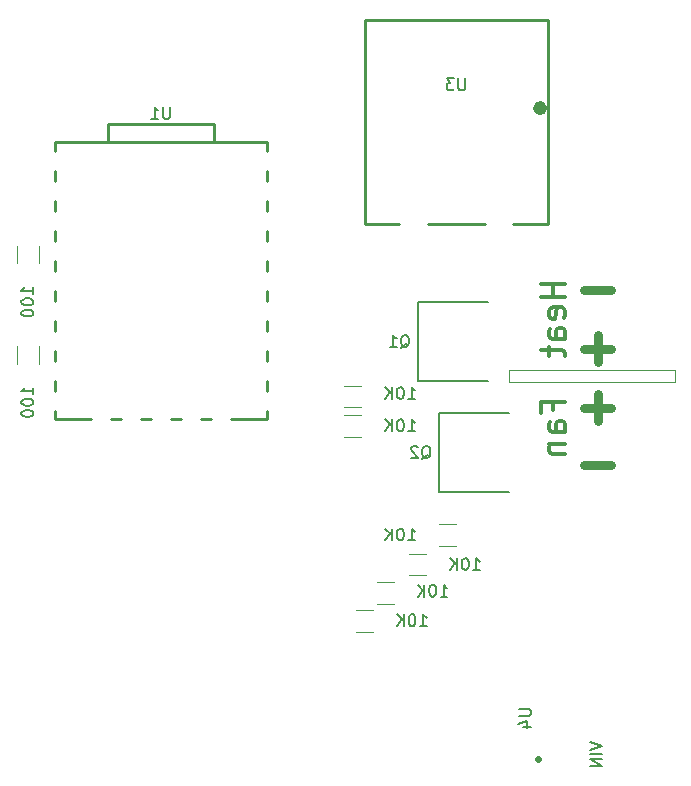
<source format=gbr>
%TF.GenerationSoftware,KiCad,Pcbnew,9.0.6*%
%TF.CreationDate,2026-01-14T19:17:06+00:00*%
%TF.ProjectId,Cinder,43696e64-6572-42e6-9b69-6361645f7063,rev?*%
%TF.SameCoordinates,Original*%
%TF.FileFunction,Legend,Bot*%
%TF.FilePolarity,Positive*%
%FSLAX46Y46*%
G04 Gerber Fmt 4.6, Leading zero omitted, Abs format (unit mm)*
G04 Created by KiCad (PCBNEW 9.0.6) date 2026-01-14 19:17:06*
%MOMM*%
%LPD*%
G01*
G04 APERTURE LIST*
%ADD10C,0.100000*%
%ADD11C,0.375000*%
%ADD12C,0.750000*%
%ADD13C,0.150000*%
%ADD14C,0.200000*%
%ADD15C,0.250000*%
%ADD16C,0.120000*%
%ADD17C,0.600000*%
%ADD18C,0.300000*%
G04 APERTURE END LIST*
D10*
X183495000Y-79000000D02*
X169495000Y-79000000D01*
D11*
X174230738Y-71722900D02*
X172230738Y-71722900D01*
X173183119Y-71722900D02*
X173183119Y-72865757D01*
X174230738Y-72865757D02*
X172230738Y-72865757D01*
X174135500Y-74580043D02*
X174230738Y-74389567D01*
X174230738Y-74389567D02*
X174230738Y-74008614D01*
X174230738Y-74008614D02*
X174135500Y-73818138D01*
X174135500Y-73818138D02*
X173945023Y-73722900D01*
X173945023Y-73722900D02*
X173183119Y-73722900D01*
X173183119Y-73722900D02*
X172992642Y-73818138D01*
X172992642Y-73818138D02*
X172897404Y-74008614D01*
X172897404Y-74008614D02*
X172897404Y-74389567D01*
X172897404Y-74389567D02*
X172992642Y-74580043D01*
X172992642Y-74580043D02*
X173183119Y-74675281D01*
X173183119Y-74675281D02*
X173373595Y-74675281D01*
X173373595Y-74675281D02*
X173564071Y-73722900D01*
X174230738Y-76389567D02*
X173183119Y-76389567D01*
X173183119Y-76389567D02*
X172992642Y-76294329D01*
X172992642Y-76294329D02*
X172897404Y-76103853D01*
X172897404Y-76103853D02*
X172897404Y-75722900D01*
X172897404Y-75722900D02*
X172992642Y-75532424D01*
X174135500Y-76389567D02*
X174230738Y-76199091D01*
X174230738Y-76199091D02*
X174230738Y-75722900D01*
X174230738Y-75722900D02*
X174135500Y-75532424D01*
X174135500Y-75532424D02*
X173945023Y-75437186D01*
X173945023Y-75437186D02*
X173754547Y-75437186D01*
X173754547Y-75437186D02*
X173564071Y-75532424D01*
X173564071Y-75532424D02*
X173468833Y-75722900D01*
X173468833Y-75722900D02*
X173468833Y-76199091D01*
X173468833Y-76199091D02*
X173373595Y-76389567D01*
X172897404Y-77056234D02*
X172897404Y-77818138D01*
X172230738Y-77341948D02*
X173945023Y-77341948D01*
X173945023Y-77341948D02*
X174135500Y-77437186D01*
X174135500Y-77437186D02*
X174230738Y-77627662D01*
X174230738Y-77627662D02*
X174230738Y-77818138D01*
D10*
X183495000Y-80000000D02*
X183495000Y-79000000D01*
X169495000Y-80000000D02*
X183495000Y-80000000D01*
X169495000Y-79000000D02*
X169495000Y-80000000D01*
D11*
X173183119Y-82389567D02*
X173183119Y-81722900D01*
X174230738Y-81722900D02*
X172230738Y-81722900D01*
X172230738Y-81722900D02*
X172230738Y-82675281D01*
X174230738Y-84294329D02*
X173183119Y-84294329D01*
X173183119Y-84294329D02*
X172992642Y-84199091D01*
X172992642Y-84199091D02*
X172897404Y-84008615D01*
X172897404Y-84008615D02*
X172897404Y-83627662D01*
X172897404Y-83627662D02*
X172992642Y-83437186D01*
X174135500Y-84294329D02*
X174230738Y-84103853D01*
X174230738Y-84103853D02*
X174230738Y-83627662D01*
X174230738Y-83627662D02*
X174135500Y-83437186D01*
X174135500Y-83437186D02*
X173945023Y-83341948D01*
X173945023Y-83341948D02*
X173754547Y-83341948D01*
X173754547Y-83341948D02*
X173564071Y-83437186D01*
X173564071Y-83437186D02*
X173468833Y-83627662D01*
X173468833Y-83627662D02*
X173468833Y-84103853D01*
X173468833Y-84103853D02*
X173373595Y-84294329D01*
X172897404Y-85246710D02*
X174230738Y-85246710D01*
X173087880Y-85246710D02*
X172992642Y-85341948D01*
X172992642Y-85341948D02*
X172897404Y-85532424D01*
X172897404Y-85532424D02*
X172897404Y-85818139D01*
X172897404Y-85818139D02*
X172992642Y-86008615D01*
X172992642Y-86008615D02*
X173183119Y-86103853D01*
X173183119Y-86103853D02*
X174230738Y-86103853D01*
D12*
X175857142Y-72206000D02*
X178142857Y-72206000D01*
X175857142Y-77206000D02*
X178142857Y-77206000D01*
X176999999Y-78348857D02*
X176999999Y-76063142D01*
X175857142Y-87026000D02*
X178142857Y-87026000D01*
X175857142Y-82206000D02*
X178142857Y-82206000D01*
X176999999Y-83348857D02*
X176999999Y-81063142D01*
D13*
X140761904Y-56754819D02*
X140761904Y-57564342D01*
X140761904Y-57564342D02*
X140714285Y-57659580D01*
X140714285Y-57659580D02*
X140666666Y-57707200D01*
X140666666Y-57707200D02*
X140571428Y-57754819D01*
X140571428Y-57754819D02*
X140380952Y-57754819D01*
X140380952Y-57754819D02*
X140285714Y-57707200D01*
X140285714Y-57707200D02*
X140238095Y-57659580D01*
X140238095Y-57659580D02*
X140190476Y-57564342D01*
X140190476Y-57564342D02*
X140190476Y-56754819D01*
X139190476Y-57754819D02*
X139761904Y-57754819D01*
X139476190Y-57754819D02*
X139476190Y-56754819D01*
X139476190Y-56754819D02*
X139571428Y-56897676D01*
X139571428Y-56897676D02*
X139666666Y-56992914D01*
X139666666Y-56992914D02*
X139761904Y-57040533D01*
X160940476Y-93454819D02*
X161511904Y-93454819D01*
X161226190Y-93454819D02*
X161226190Y-92454819D01*
X161226190Y-92454819D02*
X161321428Y-92597676D01*
X161321428Y-92597676D02*
X161416666Y-92692914D01*
X161416666Y-92692914D02*
X161511904Y-92740533D01*
X160321428Y-92454819D02*
X160226190Y-92454819D01*
X160226190Y-92454819D02*
X160130952Y-92502438D01*
X160130952Y-92502438D02*
X160083333Y-92550057D01*
X160083333Y-92550057D02*
X160035714Y-92645295D01*
X160035714Y-92645295D02*
X159988095Y-92835771D01*
X159988095Y-92835771D02*
X159988095Y-93073866D01*
X159988095Y-93073866D02*
X160035714Y-93264342D01*
X160035714Y-93264342D02*
X160083333Y-93359580D01*
X160083333Y-93359580D02*
X160130952Y-93407200D01*
X160130952Y-93407200D02*
X160226190Y-93454819D01*
X160226190Y-93454819D02*
X160321428Y-93454819D01*
X160321428Y-93454819D02*
X160416666Y-93407200D01*
X160416666Y-93407200D02*
X160464285Y-93359580D01*
X160464285Y-93359580D02*
X160511904Y-93264342D01*
X160511904Y-93264342D02*
X160559523Y-93073866D01*
X160559523Y-93073866D02*
X160559523Y-92835771D01*
X160559523Y-92835771D02*
X160511904Y-92645295D01*
X160511904Y-92645295D02*
X160464285Y-92550057D01*
X160464285Y-92550057D02*
X160416666Y-92502438D01*
X160416666Y-92502438D02*
X160321428Y-92454819D01*
X159559523Y-93454819D02*
X159559523Y-92454819D01*
X158988095Y-93454819D02*
X159416666Y-92883390D01*
X158988095Y-92454819D02*
X159559523Y-93026247D01*
X162095238Y-86550057D02*
X162190476Y-86502438D01*
X162190476Y-86502438D02*
X162285714Y-86407200D01*
X162285714Y-86407200D02*
X162428571Y-86264342D01*
X162428571Y-86264342D02*
X162523809Y-86216723D01*
X162523809Y-86216723D02*
X162619047Y-86216723D01*
X162571428Y-86454819D02*
X162666666Y-86407200D01*
X162666666Y-86407200D02*
X162761904Y-86311961D01*
X162761904Y-86311961D02*
X162809523Y-86121485D01*
X162809523Y-86121485D02*
X162809523Y-85788152D01*
X162809523Y-85788152D02*
X162761904Y-85597676D01*
X162761904Y-85597676D02*
X162666666Y-85502438D01*
X162666666Y-85502438D02*
X162571428Y-85454819D01*
X162571428Y-85454819D02*
X162380952Y-85454819D01*
X162380952Y-85454819D02*
X162285714Y-85502438D01*
X162285714Y-85502438D02*
X162190476Y-85597676D01*
X162190476Y-85597676D02*
X162142857Y-85788152D01*
X162142857Y-85788152D02*
X162142857Y-86121485D01*
X162142857Y-86121485D02*
X162190476Y-86311961D01*
X162190476Y-86311961D02*
X162285714Y-86407200D01*
X162285714Y-86407200D02*
X162380952Y-86454819D01*
X162380952Y-86454819D02*
X162571428Y-86454819D01*
X161761904Y-85550057D02*
X161714285Y-85502438D01*
X161714285Y-85502438D02*
X161619047Y-85454819D01*
X161619047Y-85454819D02*
X161380952Y-85454819D01*
X161380952Y-85454819D02*
X161285714Y-85502438D01*
X161285714Y-85502438D02*
X161238095Y-85550057D01*
X161238095Y-85550057D02*
X161190476Y-85645295D01*
X161190476Y-85645295D02*
X161190476Y-85740533D01*
X161190476Y-85740533D02*
X161238095Y-85883390D01*
X161238095Y-85883390D02*
X161809523Y-86454819D01*
X161809523Y-86454819D02*
X161190476Y-86454819D01*
X160940476Y-81454819D02*
X161511904Y-81454819D01*
X161226190Y-81454819D02*
X161226190Y-80454819D01*
X161226190Y-80454819D02*
X161321428Y-80597676D01*
X161321428Y-80597676D02*
X161416666Y-80692914D01*
X161416666Y-80692914D02*
X161511904Y-80740533D01*
X160321428Y-80454819D02*
X160226190Y-80454819D01*
X160226190Y-80454819D02*
X160130952Y-80502438D01*
X160130952Y-80502438D02*
X160083333Y-80550057D01*
X160083333Y-80550057D02*
X160035714Y-80645295D01*
X160035714Y-80645295D02*
X159988095Y-80835771D01*
X159988095Y-80835771D02*
X159988095Y-81073866D01*
X159988095Y-81073866D02*
X160035714Y-81264342D01*
X160035714Y-81264342D02*
X160083333Y-81359580D01*
X160083333Y-81359580D02*
X160130952Y-81407200D01*
X160130952Y-81407200D02*
X160226190Y-81454819D01*
X160226190Y-81454819D02*
X160321428Y-81454819D01*
X160321428Y-81454819D02*
X160416666Y-81407200D01*
X160416666Y-81407200D02*
X160464285Y-81359580D01*
X160464285Y-81359580D02*
X160511904Y-81264342D01*
X160511904Y-81264342D02*
X160559523Y-81073866D01*
X160559523Y-81073866D02*
X160559523Y-80835771D01*
X160559523Y-80835771D02*
X160511904Y-80645295D01*
X160511904Y-80645295D02*
X160464285Y-80550057D01*
X160464285Y-80550057D02*
X160416666Y-80502438D01*
X160416666Y-80502438D02*
X160321428Y-80454819D01*
X159559523Y-81454819D02*
X159559523Y-80454819D01*
X158988095Y-81454819D02*
X159416666Y-80883390D01*
X158988095Y-80454819D02*
X159559523Y-81026247D01*
X160295238Y-77150057D02*
X160390476Y-77102438D01*
X160390476Y-77102438D02*
X160485714Y-77007200D01*
X160485714Y-77007200D02*
X160628571Y-76864342D01*
X160628571Y-76864342D02*
X160723809Y-76816723D01*
X160723809Y-76816723D02*
X160819047Y-76816723D01*
X160771428Y-77054819D02*
X160866666Y-77007200D01*
X160866666Y-77007200D02*
X160961904Y-76911961D01*
X160961904Y-76911961D02*
X161009523Y-76721485D01*
X161009523Y-76721485D02*
X161009523Y-76388152D01*
X161009523Y-76388152D02*
X160961904Y-76197676D01*
X160961904Y-76197676D02*
X160866666Y-76102438D01*
X160866666Y-76102438D02*
X160771428Y-76054819D01*
X160771428Y-76054819D02*
X160580952Y-76054819D01*
X160580952Y-76054819D02*
X160485714Y-76102438D01*
X160485714Y-76102438D02*
X160390476Y-76197676D01*
X160390476Y-76197676D02*
X160342857Y-76388152D01*
X160342857Y-76388152D02*
X160342857Y-76721485D01*
X160342857Y-76721485D02*
X160390476Y-76911961D01*
X160390476Y-76911961D02*
X160485714Y-77007200D01*
X160485714Y-77007200D02*
X160580952Y-77054819D01*
X160580952Y-77054819D02*
X160771428Y-77054819D01*
X159390476Y-77054819D02*
X159961904Y-77054819D01*
X159676190Y-77054819D02*
X159676190Y-76054819D01*
X159676190Y-76054819D02*
X159771428Y-76197676D01*
X159771428Y-76197676D02*
X159866666Y-76292914D01*
X159866666Y-76292914D02*
X159961904Y-76340533D01*
X165761904Y-54332319D02*
X165761904Y-55141842D01*
X165761904Y-55141842D02*
X165714285Y-55237080D01*
X165714285Y-55237080D02*
X165666666Y-55284700D01*
X165666666Y-55284700D02*
X165571428Y-55332319D01*
X165571428Y-55332319D02*
X165380952Y-55332319D01*
X165380952Y-55332319D02*
X165285714Y-55284700D01*
X165285714Y-55284700D02*
X165238095Y-55237080D01*
X165238095Y-55237080D02*
X165190476Y-55141842D01*
X165190476Y-55141842D02*
X165190476Y-54332319D01*
X164809523Y-54332319D02*
X164190476Y-54332319D01*
X164190476Y-54332319D02*
X164523809Y-54713271D01*
X164523809Y-54713271D02*
X164380952Y-54713271D01*
X164380952Y-54713271D02*
X164285714Y-54760890D01*
X164285714Y-54760890D02*
X164238095Y-54808509D01*
X164238095Y-54808509D02*
X164190476Y-54903747D01*
X164190476Y-54903747D02*
X164190476Y-55141842D01*
X164190476Y-55141842D02*
X164238095Y-55237080D01*
X164238095Y-55237080D02*
X164285714Y-55284700D01*
X164285714Y-55284700D02*
X164380952Y-55332319D01*
X164380952Y-55332319D02*
X164666666Y-55332319D01*
X164666666Y-55332319D02*
X164761904Y-55284700D01*
X164761904Y-55284700D02*
X164809523Y-55237080D01*
X170329819Y-107738095D02*
X171139342Y-107738095D01*
X171139342Y-107738095D02*
X171234580Y-107785714D01*
X171234580Y-107785714D02*
X171282200Y-107833333D01*
X171282200Y-107833333D02*
X171329819Y-107928571D01*
X171329819Y-107928571D02*
X171329819Y-108119047D01*
X171329819Y-108119047D02*
X171282200Y-108214285D01*
X171282200Y-108214285D02*
X171234580Y-108261904D01*
X171234580Y-108261904D02*
X171139342Y-108309523D01*
X171139342Y-108309523D02*
X170329819Y-108309523D01*
X170663152Y-109214285D02*
X171329819Y-109214285D01*
X170282200Y-108976190D02*
X170996485Y-108738095D01*
X170996485Y-108738095D02*
X170996485Y-109357142D01*
D14*
X176357219Y-110506816D02*
X177357219Y-110840149D01*
X177357219Y-110840149D02*
X176357219Y-111173482D01*
X177357219Y-111506816D02*
X176357219Y-111506816D01*
X177357219Y-111983006D02*
X176357219Y-111983006D01*
X176357219Y-111983006D02*
X177357219Y-112554434D01*
X177357219Y-112554434D02*
X176357219Y-112554434D01*
D13*
X161940476Y-100704819D02*
X162511904Y-100704819D01*
X162226190Y-100704819D02*
X162226190Y-99704819D01*
X162226190Y-99704819D02*
X162321428Y-99847676D01*
X162321428Y-99847676D02*
X162416666Y-99942914D01*
X162416666Y-99942914D02*
X162511904Y-99990533D01*
X161321428Y-99704819D02*
X161226190Y-99704819D01*
X161226190Y-99704819D02*
X161130952Y-99752438D01*
X161130952Y-99752438D02*
X161083333Y-99800057D01*
X161083333Y-99800057D02*
X161035714Y-99895295D01*
X161035714Y-99895295D02*
X160988095Y-100085771D01*
X160988095Y-100085771D02*
X160988095Y-100323866D01*
X160988095Y-100323866D02*
X161035714Y-100514342D01*
X161035714Y-100514342D02*
X161083333Y-100609580D01*
X161083333Y-100609580D02*
X161130952Y-100657200D01*
X161130952Y-100657200D02*
X161226190Y-100704819D01*
X161226190Y-100704819D02*
X161321428Y-100704819D01*
X161321428Y-100704819D02*
X161416666Y-100657200D01*
X161416666Y-100657200D02*
X161464285Y-100609580D01*
X161464285Y-100609580D02*
X161511904Y-100514342D01*
X161511904Y-100514342D02*
X161559523Y-100323866D01*
X161559523Y-100323866D02*
X161559523Y-100085771D01*
X161559523Y-100085771D02*
X161511904Y-99895295D01*
X161511904Y-99895295D02*
X161464285Y-99800057D01*
X161464285Y-99800057D02*
X161416666Y-99752438D01*
X161416666Y-99752438D02*
X161321428Y-99704819D01*
X160559523Y-100704819D02*
X160559523Y-99704819D01*
X159988095Y-100704819D02*
X160416666Y-100133390D01*
X159988095Y-99704819D02*
X160559523Y-100276247D01*
X163690476Y-98204819D02*
X164261904Y-98204819D01*
X163976190Y-98204819D02*
X163976190Y-97204819D01*
X163976190Y-97204819D02*
X164071428Y-97347676D01*
X164071428Y-97347676D02*
X164166666Y-97442914D01*
X164166666Y-97442914D02*
X164261904Y-97490533D01*
X163071428Y-97204819D02*
X162976190Y-97204819D01*
X162976190Y-97204819D02*
X162880952Y-97252438D01*
X162880952Y-97252438D02*
X162833333Y-97300057D01*
X162833333Y-97300057D02*
X162785714Y-97395295D01*
X162785714Y-97395295D02*
X162738095Y-97585771D01*
X162738095Y-97585771D02*
X162738095Y-97823866D01*
X162738095Y-97823866D02*
X162785714Y-98014342D01*
X162785714Y-98014342D02*
X162833333Y-98109580D01*
X162833333Y-98109580D02*
X162880952Y-98157200D01*
X162880952Y-98157200D02*
X162976190Y-98204819D01*
X162976190Y-98204819D02*
X163071428Y-98204819D01*
X163071428Y-98204819D02*
X163166666Y-98157200D01*
X163166666Y-98157200D02*
X163214285Y-98109580D01*
X163214285Y-98109580D02*
X163261904Y-98014342D01*
X163261904Y-98014342D02*
X163309523Y-97823866D01*
X163309523Y-97823866D02*
X163309523Y-97585771D01*
X163309523Y-97585771D02*
X163261904Y-97395295D01*
X163261904Y-97395295D02*
X163214285Y-97300057D01*
X163214285Y-97300057D02*
X163166666Y-97252438D01*
X163166666Y-97252438D02*
X163071428Y-97204819D01*
X162309523Y-98204819D02*
X162309523Y-97204819D01*
X161738095Y-98204819D02*
X162166666Y-97633390D01*
X161738095Y-97204819D02*
X162309523Y-97776247D01*
X166440476Y-95954819D02*
X167011904Y-95954819D01*
X166726190Y-95954819D02*
X166726190Y-94954819D01*
X166726190Y-94954819D02*
X166821428Y-95097676D01*
X166821428Y-95097676D02*
X166916666Y-95192914D01*
X166916666Y-95192914D02*
X167011904Y-95240533D01*
X165821428Y-94954819D02*
X165726190Y-94954819D01*
X165726190Y-94954819D02*
X165630952Y-95002438D01*
X165630952Y-95002438D02*
X165583333Y-95050057D01*
X165583333Y-95050057D02*
X165535714Y-95145295D01*
X165535714Y-95145295D02*
X165488095Y-95335771D01*
X165488095Y-95335771D02*
X165488095Y-95573866D01*
X165488095Y-95573866D02*
X165535714Y-95764342D01*
X165535714Y-95764342D02*
X165583333Y-95859580D01*
X165583333Y-95859580D02*
X165630952Y-95907200D01*
X165630952Y-95907200D02*
X165726190Y-95954819D01*
X165726190Y-95954819D02*
X165821428Y-95954819D01*
X165821428Y-95954819D02*
X165916666Y-95907200D01*
X165916666Y-95907200D02*
X165964285Y-95859580D01*
X165964285Y-95859580D02*
X166011904Y-95764342D01*
X166011904Y-95764342D02*
X166059523Y-95573866D01*
X166059523Y-95573866D02*
X166059523Y-95335771D01*
X166059523Y-95335771D02*
X166011904Y-95145295D01*
X166011904Y-95145295D02*
X165964285Y-95050057D01*
X165964285Y-95050057D02*
X165916666Y-95002438D01*
X165916666Y-95002438D02*
X165821428Y-94954819D01*
X165059523Y-95954819D02*
X165059523Y-94954819D01*
X164488095Y-95954819D02*
X164916666Y-95383390D01*
X164488095Y-94954819D02*
X165059523Y-95526247D01*
X129204819Y-81083333D02*
X129204819Y-80511905D01*
X129204819Y-80797619D02*
X128204819Y-80797619D01*
X128204819Y-80797619D02*
X128347676Y-80702381D01*
X128347676Y-80702381D02*
X128442914Y-80607143D01*
X128442914Y-80607143D02*
X128490533Y-80511905D01*
X128204819Y-81702381D02*
X128204819Y-81797619D01*
X128204819Y-81797619D02*
X128252438Y-81892857D01*
X128252438Y-81892857D02*
X128300057Y-81940476D01*
X128300057Y-81940476D02*
X128395295Y-81988095D01*
X128395295Y-81988095D02*
X128585771Y-82035714D01*
X128585771Y-82035714D02*
X128823866Y-82035714D01*
X128823866Y-82035714D02*
X129014342Y-81988095D01*
X129014342Y-81988095D02*
X129109580Y-81940476D01*
X129109580Y-81940476D02*
X129157200Y-81892857D01*
X129157200Y-81892857D02*
X129204819Y-81797619D01*
X129204819Y-81797619D02*
X129204819Y-81702381D01*
X129204819Y-81702381D02*
X129157200Y-81607143D01*
X129157200Y-81607143D02*
X129109580Y-81559524D01*
X129109580Y-81559524D02*
X129014342Y-81511905D01*
X129014342Y-81511905D02*
X128823866Y-81464286D01*
X128823866Y-81464286D02*
X128585771Y-81464286D01*
X128585771Y-81464286D02*
X128395295Y-81511905D01*
X128395295Y-81511905D02*
X128300057Y-81559524D01*
X128300057Y-81559524D02*
X128252438Y-81607143D01*
X128252438Y-81607143D02*
X128204819Y-81702381D01*
X128204819Y-82654762D02*
X128204819Y-82750000D01*
X128204819Y-82750000D02*
X128252438Y-82845238D01*
X128252438Y-82845238D02*
X128300057Y-82892857D01*
X128300057Y-82892857D02*
X128395295Y-82940476D01*
X128395295Y-82940476D02*
X128585771Y-82988095D01*
X128585771Y-82988095D02*
X128823866Y-82988095D01*
X128823866Y-82988095D02*
X129014342Y-82940476D01*
X129014342Y-82940476D02*
X129109580Y-82892857D01*
X129109580Y-82892857D02*
X129157200Y-82845238D01*
X129157200Y-82845238D02*
X129204819Y-82750000D01*
X129204819Y-82750000D02*
X129204819Y-82654762D01*
X129204819Y-82654762D02*
X129157200Y-82559524D01*
X129157200Y-82559524D02*
X129109580Y-82511905D01*
X129109580Y-82511905D02*
X129014342Y-82464286D01*
X129014342Y-82464286D02*
X128823866Y-82416667D01*
X128823866Y-82416667D02*
X128585771Y-82416667D01*
X128585771Y-82416667D02*
X128395295Y-82464286D01*
X128395295Y-82464286D02*
X128300057Y-82511905D01*
X128300057Y-82511905D02*
X128252438Y-82559524D01*
X128252438Y-82559524D02*
X128204819Y-82654762D01*
X129204819Y-72583333D02*
X129204819Y-72011905D01*
X129204819Y-72297619D02*
X128204819Y-72297619D01*
X128204819Y-72297619D02*
X128347676Y-72202381D01*
X128347676Y-72202381D02*
X128442914Y-72107143D01*
X128442914Y-72107143D02*
X128490533Y-72011905D01*
X128204819Y-73202381D02*
X128204819Y-73297619D01*
X128204819Y-73297619D02*
X128252438Y-73392857D01*
X128252438Y-73392857D02*
X128300057Y-73440476D01*
X128300057Y-73440476D02*
X128395295Y-73488095D01*
X128395295Y-73488095D02*
X128585771Y-73535714D01*
X128585771Y-73535714D02*
X128823866Y-73535714D01*
X128823866Y-73535714D02*
X129014342Y-73488095D01*
X129014342Y-73488095D02*
X129109580Y-73440476D01*
X129109580Y-73440476D02*
X129157200Y-73392857D01*
X129157200Y-73392857D02*
X129204819Y-73297619D01*
X129204819Y-73297619D02*
X129204819Y-73202381D01*
X129204819Y-73202381D02*
X129157200Y-73107143D01*
X129157200Y-73107143D02*
X129109580Y-73059524D01*
X129109580Y-73059524D02*
X129014342Y-73011905D01*
X129014342Y-73011905D02*
X128823866Y-72964286D01*
X128823866Y-72964286D02*
X128585771Y-72964286D01*
X128585771Y-72964286D02*
X128395295Y-73011905D01*
X128395295Y-73011905D02*
X128300057Y-73059524D01*
X128300057Y-73059524D02*
X128252438Y-73107143D01*
X128252438Y-73107143D02*
X128204819Y-73202381D01*
X128204819Y-74154762D02*
X128204819Y-74250000D01*
X128204819Y-74250000D02*
X128252438Y-74345238D01*
X128252438Y-74345238D02*
X128300057Y-74392857D01*
X128300057Y-74392857D02*
X128395295Y-74440476D01*
X128395295Y-74440476D02*
X128585771Y-74488095D01*
X128585771Y-74488095D02*
X128823866Y-74488095D01*
X128823866Y-74488095D02*
X129014342Y-74440476D01*
X129014342Y-74440476D02*
X129109580Y-74392857D01*
X129109580Y-74392857D02*
X129157200Y-74345238D01*
X129157200Y-74345238D02*
X129204819Y-74250000D01*
X129204819Y-74250000D02*
X129204819Y-74154762D01*
X129204819Y-74154762D02*
X129157200Y-74059524D01*
X129157200Y-74059524D02*
X129109580Y-74011905D01*
X129109580Y-74011905D02*
X129014342Y-73964286D01*
X129014342Y-73964286D02*
X128823866Y-73916667D01*
X128823866Y-73916667D02*
X128585771Y-73916667D01*
X128585771Y-73916667D02*
X128395295Y-73964286D01*
X128395295Y-73964286D02*
X128300057Y-74011905D01*
X128300057Y-74011905D02*
X128252438Y-74059524D01*
X128252438Y-74059524D02*
X128204819Y-74154762D01*
X160940476Y-84204819D02*
X161511904Y-84204819D01*
X161226190Y-84204819D02*
X161226190Y-83204819D01*
X161226190Y-83204819D02*
X161321428Y-83347676D01*
X161321428Y-83347676D02*
X161416666Y-83442914D01*
X161416666Y-83442914D02*
X161511904Y-83490533D01*
X160321428Y-83204819D02*
X160226190Y-83204819D01*
X160226190Y-83204819D02*
X160130952Y-83252438D01*
X160130952Y-83252438D02*
X160083333Y-83300057D01*
X160083333Y-83300057D02*
X160035714Y-83395295D01*
X160035714Y-83395295D02*
X159988095Y-83585771D01*
X159988095Y-83585771D02*
X159988095Y-83823866D01*
X159988095Y-83823866D02*
X160035714Y-84014342D01*
X160035714Y-84014342D02*
X160083333Y-84109580D01*
X160083333Y-84109580D02*
X160130952Y-84157200D01*
X160130952Y-84157200D02*
X160226190Y-84204819D01*
X160226190Y-84204819D02*
X160321428Y-84204819D01*
X160321428Y-84204819D02*
X160416666Y-84157200D01*
X160416666Y-84157200D02*
X160464285Y-84109580D01*
X160464285Y-84109580D02*
X160511904Y-84014342D01*
X160511904Y-84014342D02*
X160559523Y-83823866D01*
X160559523Y-83823866D02*
X160559523Y-83585771D01*
X160559523Y-83585771D02*
X160511904Y-83395295D01*
X160511904Y-83395295D02*
X160464285Y-83300057D01*
X160464285Y-83300057D02*
X160416666Y-83252438D01*
X160416666Y-83252438D02*
X160321428Y-83204819D01*
X159559523Y-84204819D02*
X159559523Y-83204819D01*
X158988095Y-84204819D02*
X159416666Y-83633390D01*
X158988095Y-83204819D02*
X159559523Y-83776247D01*
D15*
%TO.C,U1*%
X149000000Y-83200000D02*
X149000000Y-82450000D01*
X149000000Y-80790000D02*
X149000000Y-79910000D01*
X149000000Y-78250000D02*
X149000000Y-77370000D01*
X149000000Y-75710000D02*
X149000000Y-74830000D01*
X149000000Y-73170000D02*
X149000000Y-72290000D01*
X149000000Y-70630000D02*
X149000000Y-69750000D01*
X149000000Y-68090000D02*
X149000000Y-67210000D01*
X149000000Y-65550000D02*
X149000000Y-64670000D01*
X149000000Y-63010000D02*
X149000000Y-62130000D01*
X131000000Y-59710000D02*
X131000000Y-60470000D01*
X149000000Y-59710000D02*
X131000000Y-59710000D01*
X149000000Y-60470000D02*
X149000000Y-59710000D01*
X131000000Y-62130000D02*
X131000000Y-63010000D01*
X131000000Y-64670000D02*
X131000000Y-65550000D01*
X131000000Y-67210000D02*
X131000000Y-68090000D01*
X131000000Y-69750000D02*
X131000000Y-70630000D01*
X131000000Y-72290000D02*
X131000000Y-73170000D01*
X131000000Y-74830000D02*
X131000000Y-75710000D01*
X131000000Y-77370000D02*
X131000000Y-78250000D01*
X131000000Y-79910000D02*
X131000000Y-80790000D01*
X131000000Y-83200000D02*
X134090000Y-83200000D01*
X131000000Y-82450000D02*
X131000000Y-83200000D01*
X135750000Y-83200000D02*
X136630000Y-83200000D01*
X138290000Y-83200000D02*
X139170000Y-83200000D01*
X140830000Y-83200000D02*
X141710000Y-83200000D01*
X143370000Y-83200000D02*
X144250000Y-83200000D01*
X145910000Y-83200000D02*
X149000000Y-83200000D01*
X144480000Y-59710000D02*
X144480000Y-58210000D01*
X135520000Y-58210000D02*
X144480000Y-58210000D01*
X135520000Y-59710000D02*
X135520000Y-58210000D01*
D16*
%TO.C,R7*%
X164977064Y-93910000D02*
X163522936Y-93910000D01*
X164977064Y-92090000D02*
X163522936Y-92090000D01*
D13*
%TO.C,Q2*%
X169510000Y-89340000D02*
X163540000Y-89340000D01*
X169510000Y-82650000D02*
X163540000Y-82650000D01*
X163540000Y-89340000D02*
X163540000Y-82650000D01*
D16*
%TO.C,R4*%
X155522936Y-80340000D02*
X156977064Y-80340000D01*
X155522936Y-82160000D02*
X156977064Y-82160000D01*
D13*
%TO.C,Q1*%
X167710000Y-79940000D02*
X161740000Y-79940000D01*
X167710000Y-73250000D02*
X161740000Y-73250000D01*
X161740000Y-79940000D02*
X161740000Y-73250000D01*
D17*
%TO.C,U3*%
X172410000Y-56847500D02*
G75*
G02*
X171810000Y-56847500I-300000J0D01*
G01*
X171810000Y-56847500D02*
G75*
G02*
X172410000Y-56847500I300000J0D01*
G01*
D15*
X167410000Y-66627500D02*
X162590000Y-66627500D01*
X157250000Y-49347500D02*
X172750000Y-49347500D01*
X157250000Y-66627500D02*
X157250000Y-49347500D01*
X160170000Y-66627500D02*
X157250000Y-66627500D01*
X172750000Y-66627500D02*
X169830000Y-66627500D01*
X172750000Y-49347500D02*
X172750000Y-66627500D01*
D18*
%TO.C,U4*%
X172125000Y-112000000D02*
G75*
G02*
X171825000Y-112000000I-150000J0D01*
G01*
X171825000Y-112000000D02*
G75*
G02*
X172125000Y-112000000I150000J0D01*
G01*
D16*
%TO.C,R8*%
X157977064Y-99340000D02*
X156522936Y-99340000D01*
X157977064Y-101160000D02*
X156522936Y-101160000D01*
%TO.C,R6*%
X159727064Y-96990000D02*
X158272936Y-96990000D01*
X159727064Y-98810000D02*
X158272936Y-98810000D01*
%TO.C,R5*%
X162477064Y-94590000D02*
X161022936Y-94590000D01*
X162477064Y-96410000D02*
X161022936Y-96410000D01*
%TO.C,R2*%
X127840000Y-77022936D02*
X127840000Y-78477064D01*
X129660000Y-77022936D02*
X129660000Y-78477064D01*
%TO.C,R1*%
X127840000Y-68522936D02*
X127840000Y-69977064D01*
X129660000Y-68522936D02*
X129660000Y-69977064D01*
%TO.C,R3*%
X155522936Y-84660000D02*
X156977064Y-84660000D01*
X155522936Y-82840000D02*
X156977064Y-82840000D01*
%TD*%
M02*

</source>
